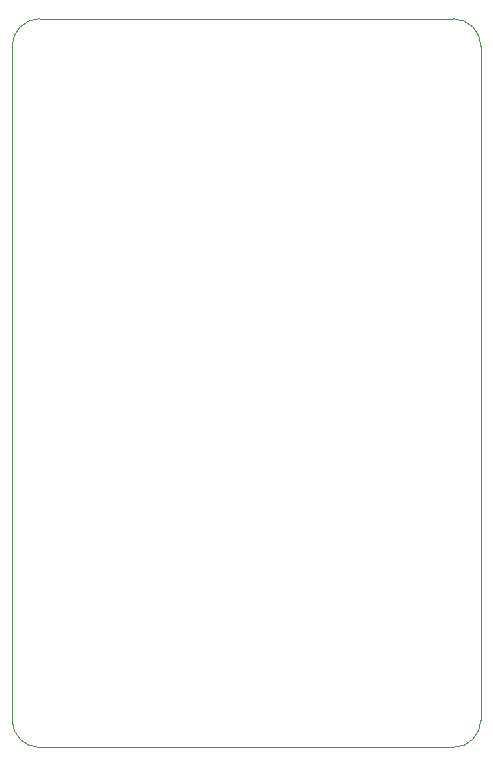
<source format=gm1>
G04 #@! TF.GenerationSoftware,KiCad,Pcbnew,(5.1.5)-3*
G04 #@! TF.CreationDate,2020-02-16T15:54:26-08:00*
G04 #@! TF.ProjectId,SimpleF303,53696d70-6c65-4463-9330-332e6b696361,0.1*
G04 #@! TF.SameCoordinates,Original*
G04 #@! TF.FileFunction,Profile,NP*
%FSLAX46Y46*%
G04 Gerber Fmt 4.6, Leading zero omitted, Abs format (unit mm)*
G04 Created by KiCad (PCBNEW (5.1.5)-3) date 2020-02-16 15:54:26*
%MOMM*%
%LPD*%
G04 APERTURE LIST*
%ADD10C,0.050000*%
G04 APERTURE END LIST*
D10*
X148250000Y-171950000D02*
G75*
G02X145900000Y-174300000I-2350000J0D01*
G01*
X110900000Y-174300000D02*
G75*
G02X108550000Y-171950000I0J2350000D01*
G01*
X108550000Y-114950000D02*
G75*
G02X110900000Y-112600000I2350000J0D01*
G01*
X145900000Y-112600000D02*
G75*
G02X148250000Y-114950000I0J-2350000D01*
G01*
X148250000Y-171950000D02*
X148250000Y-114950000D01*
X110900000Y-174300000D02*
X145900000Y-174300000D01*
X108550000Y-114950000D02*
X108550000Y-171950000D01*
X110900000Y-112600000D02*
X145900000Y-112600000D01*
M02*

</source>
